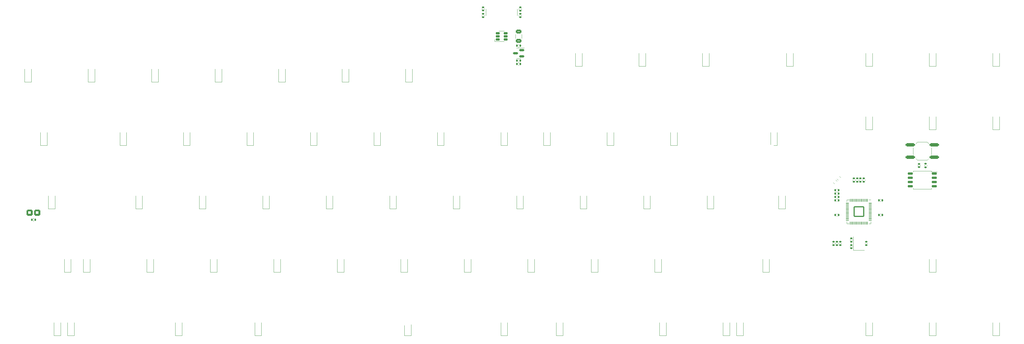
<source format=gbr>
%TF.GenerationSoftware,KiCad,Pcbnew,(6.0.6)*%
%TF.CreationDate,2022-08-29T19:48:57-07:00*%
%TF.ProjectId,2040rmie,32303430-726d-4696-952e-6b696361645f,rev?*%
%TF.SameCoordinates,Original*%
%TF.FileFunction,Legend,Bot*%
%TF.FilePolarity,Positive*%
%FSLAX46Y46*%
G04 Gerber Fmt 4.6, Leading zero omitted, Abs format (unit mm)*
G04 Created by KiCad (PCBNEW (6.0.6)) date 2022-08-29 19:48:57*
%MOMM*%
%LPD*%
G01*
G04 APERTURE LIST*
G04 Aperture macros list*
%AMRoundRect*
0 Rectangle with rounded corners*
0 $1 Rounding radius*
0 $2 $3 $4 $5 $6 $7 $8 $9 X,Y pos of 4 corners*
0 Add a 4 corners polygon primitive as box body*
4,1,4,$2,$3,$4,$5,$6,$7,$8,$9,$2,$3,0*
0 Add four circle primitives for the rounded corners*
1,1,$1+$1,$2,$3*
1,1,$1+$1,$4,$5*
1,1,$1+$1,$6,$7*
1,1,$1+$1,$8,$9*
0 Add four rect primitives between the rounded corners*
20,1,$1+$1,$2,$3,$4,$5,0*
20,1,$1+$1,$4,$5,$6,$7,0*
20,1,$1+$1,$6,$7,$8,$9,0*
20,1,$1+$1,$8,$9,$2,$3,0*%
G04 Aperture macros list end*
%ADD10C,0.120000*%
%ADD11C,0.200000*%
%ADD12C,1.750000*%
%ADD13C,3.987800*%
%ADD14C,2.300000*%
%ADD15RoundRect,0.285750X-0.666750X-0.666750X0.666750X-0.666750X0.666750X0.666750X-0.666750X0.666750X0*%
%ADD16C,1.905000*%
%ADD17C,3.048000*%
%ADD18C,2.000000*%
%ADD19RoundRect,0.140000X-0.140000X-0.170000X0.140000X-0.170000X0.140000X0.170000X-0.140000X0.170000X0*%
%ADD20R,1.200000X0.900000*%
%ADD21RoundRect,0.135000X0.185000X-0.135000X0.185000X0.135000X-0.185000X0.135000X-0.185000X-0.135000X0*%
%ADD22RoundRect,0.140000X0.140000X0.170000X-0.140000X0.170000X-0.140000X-0.170000X0.140000X-0.170000X0*%
%ADD23RoundRect,0.200000X-0.335876X-0.053033X-0.053033X-0.335876X0.335876X0.053033X0.053033X0.335876X0*%
%ADD24RoundRect,0.135000X-0.185000X0.135000X-0.185000X-0.135000X0.185000X-0.135000X0.185000X0.135000X0*%
%ADD25R,1.200000X1.400000*%
%ADD26RoundRect,0.140000X0.170000X-0.140000X0.170000X0.140000X-0.170000X0.140000X-0.170000X-0.140000X0*%
%ADD27RoundRect,0.140000X-0.170000X0.140000X-0.170000X-0.140000X0.170000X-0.140000X0.170000X0.140000X0*%
%ADD28RoundRect,0.150000X0.587500X0.150000X-0.587500X0.150000X-0.587500X-0.150000X0.587500X-0.150000X0*%
%ADD29RoundRect,0.250000X0.625000X-0.375000X0.625000X0.375000X-0.625000X0.375000X-0.625000X-0.375000X0*%
%ADD30RoundRect,0.150000X0.650000X0.150000X-0.650000X0.150000X-0.650000X-0.150000X0.650000X-0.150000X0*%
%ADD31C,0.650000*%
%ADD32R,0.600000X1.450000*%
%ADD33R,0.300000X1.450000*%
%ADD34O,1.000000X1.600000*%
%ADD35O,1.000000X2.100000*%
%ADD36RoundRect,0.135000X-0.135000X-0.185000X0.135000X-0.185000X0.135000X0.185000X-0.135000X0.185000X0*%
%ADD37RoundRect,0.050000X0.387500X0.050000X-0.387500X0.050000X-0.387500X-0.050000X0.387500X-0.050000X0*%
%ADD38RoundRect,0.050000X0.050000X0.387500X-0.050000X0.387500X-0.050000X-0.387500X0.050000X-0.387500X0*%
%ADD39RoundRect,0.144000X1.456000X1.456000X-1.456000X1.456000X-1.456000X-1.456000X1.456000X-1.456000X0*%
%ADD40RoundRect,0.275000X-1.125000X-0.275000X1.125000X-0.275000X1.125000X0.275000X-1.125000X0.275000X0*%
%ADD41RoundRect,0.150000X-0.475000X-0.150000X0.475000X-0.150000X0.475000X0.150000X-0.475000X0.150000X0*%
G04 APERTURE END LIST*
D10*
%TO.C,C17*%
X323874664Y-104785000D02*
X324090336Y-104785000D01*
X323874664Y-104065000D02*
X324090336Y-104065000D01*
%TO.C,D57*%
X114343750Y-145100000D02*
X112343750Y-145100000D01*
X112343750Y-145100000D02*
X112343750Y-141200000D01*
X114343750Y-145100000D02*
X114343750Y-141200000D01*
%TO.C,D41*%
X295318750Y-107000000D02*
X293318750Y-107000000D01*
X295318750Y-107000000D02*
X295318750Y-103100000D01*
X293318750Y-107000000D02*
X293318750Y-103100000D01*
%TO.C,R4*%
X315542500Y-116503016D02*
X315542500Y-116195734D01*
X314782500Y-116503016D02*
X314782500Y-116195734D01*
%TO.C,C11*%
X310950336Y-102065000D02*
X310734664Y-102065000D01*
X310950336Y-102785000D02*
X310734664Y-102785000D01*
%TO.C,D46*%
X143862500Y-126050000D02*
X143862500Y-122150000D01*
X143862500Y-126050000D02*
X141862500Y-126050000D01*
X141862500Y-126050000D02*
X141862500Y-122150000D01*
%TO.C,D34*%
X159587500Y-107000000D02*
X159587500Y-103100000D01*
X157587500Y-107000000D02*
X157587500Y-103100000D01*
X159587500Y-107000000D02*
X157587500Y-107000000D01*
%TO.C,D3*%
X107200000Y-68900000D02*
X107200000Y-65000000D01*
X105200000Y-68900000D02*
X105200000Y-65000000D01*
X107200000Y-68900000D02*
X105200000Y-68900000D01*
%TO.C,R2*%
X310835599Y-98008868D02*
X311171132Y-98344401D01*
X311574526Y-97269941D02*
X311910059Y-97605474D01*
%TO.C,C19*%
X323874664Y-109222500D02*
X324090336Y-109222500D01*
X323874664Y-108502500D02*
X324090336Y-108502500D01*
%TO.C,R9*%
X311222500Y-117233859D02*
X311222500Y-117541141D01*
X310462500Y-117233859D02*
X310462500Y-117541141D01*
%TO.C,Y1*%
X315762500Y-119387500D02*
X315762500Y-115387500D01*
X319062500Y-119387500D02*
X315762500Y-119387500D01*
%TO.C,C7*%
X310950336Y-101785000D02*
X310734664Y-101785000D01*
X310950336Y-101065000D02*
X310734664Y-101065000D01*
%TO.C,D12*%
X321512500Y-64137500D02*
X321512500Y-60237500D01*
X321512500Y-64137500D02*
X319512500Y-64137500D01*
X319512500Y-64137500D02*
X319512500Y-60237500D01*
%TO.C,D5*%
X145300000Y-68900000D02*
X143300000Y-68900000D01*
X145300000Y-68900000D02*
X145300000Y-65000000D01*
X143300000Y-68900000D02*
X143300000Y-65000000D01*
%TO.C,D48*%
X181962500Y-126050000D02*
X179962500Y-126050000D01*
X181962500Y-126050000D02*
X181962500Y-122150000D01*
X179962500Y-126050000D02*
X179962500Y-122150000D01*
%TO.C,C2*%
X314802500Y-118457211D02*
X314802500Y-118241539D01*
X315522500Y-118457211D02*
X315522500Y-118241539D01*
%TO.C,D65*%
X321512500Y-145100000D02*
X319512500Y-145100000D01*
X319512500Y-145100000D02*
X319512500Y-141200000D01*
X321512500Y-145100000D02*
X321512500Y-141200000D01*
%TO.C,D26*%
X290937500Y-87950000D02*
X290937500Y-84050000D01*
X292937500Y-87950000D02*
X292937500Y-84050000D01*
X292937500Y-87950000D02*
X290937500Y-87950000D01*
%TO.C,D1*%
X69100000Y-68900000D02*
X67100000Y-68900000D01*
X67100000Y-68900000D02*
X67100000Y-65000000D01*
X69100000Y-68900000D02*
X69100000Y-65000000D01*
%TO.C,D39*%
X252837500Y-107000000D02*
X252837500Y-103100000D01*
X254837500Y-107000000D02*
X254837500Y-103100000D01*
X254837500Y-107000000D02*
X252837500Y-107000000D01*
%TO.C,D49*%
X201012500Y-126050000D02*
X201012500Y-122150000D01*
X199012500Y-126050000D02*
X199012500Y-122150000D01*
X201012500Y-126050000D02*
X199012500Y-126050000D01*
%TO.C,D10*%
X270450000Y-64137500D02*
X270450000Y-60237500D01*
X272450000Y-64137500D02*
X270450000Y-64137500D01*
X272450000Y-64137500D02*
X272450000Y-60237500D01*
%TO.C,C8*%
X317552500Y-98445336D02*
X317552500Y-98229664D01*
X318272500Y-98445336D02*
X318272500Y-98229664D01*
%TO.C,D43*%
X86712500Y-126050000D02*
X84712500Y-126050000D01*
X84712500Y-126050000D02*
X84712500Y-122150000D01*
X86712500Y-126050000D02*
X86712500Y-122150000D01*
%TO.C,D16*%
X97675000Y-87950000D02*
X97675000Y-84050000D01*
X95675000Y-87950000D02*
X95675000Y-84050000D01*
X97675000Y-87950000D02*
X95675000Y-87950000D01*
%TO.C,D61*%
X228643750Y-145100000D02*
X226643750Y-145100000D01*
X228643750Y-145100000D02*
X228643750Y-141200000D01*
X226643750Y-145100000D02*
X226643750Y-141200000D01*
%TO.C,C20*%
X312202500Y-117279664D02*
X312202500Y-117495336D01*
X311482500Y-117279664D02*
X311482500Y-117495336D01*
%TO.C,D54*%
X340562500Y-126050000D02*
X338562500Y-126050000D01*
X340562500Y-126050000D02*
X340562500Y-122150000D01*
X338562500Y-126050000D02*
X338562500Y-122150000D01*
%TO.C,D58*%
X138156250Y-145100000D02*
X138156250Y-141200000D01*
X136156250Y-145100000D02*
X136156250Y-141200000D01*
X138156250Y-145100000D02*
X136156250Y-145100000D01*
%TO.C,U4*%
X215338750Y-61797500D02*
X214688750Y-61797500D01*
X215338750Y-58677500D02*
X217013750Y-58677500D01*
X215338750Y-58677500D02*
X214688750Y-58677500D01*
X215338750Y-61797500D02*
X215988750Y-61797500D01*
%TO.C,D33*%
X140537500Y-107000000D02*
X138537500Y-107000000D01*
X138537500Y-107000000D02*
X138537500Y-103100000D01*
X140537500Y-107000000D02*
X140537500Y-103100000D01*
%TO.C,D7*%
X183400000Y-68900000D02*
X183400000Y-65000000D01*
X181400000Y-68900000D02*
X181400000Y-65000000D01*
X183400000Y-68900000D02*
X181400000Y-68900000D01*
%TO.C,R3*%
X309774940Y-99069527D02*
X310110473Y-99405060D01*
X310513867Y-98330600D02*
X310849400Y-98666133D01*
%TO.C,D11*%
X295700000Y-64137500D02*
X295700000Y-60237500D01*
X297700000Y-64137500D02*
X295700000Y-64137500D01*
X297700000Y-64137500D02*
X297700000Y-60237500D01*
%TO.C,F1*%
X214428750Y-55759564D02*
X214428750Y-54555436D01*
X216248750Y-55759564D02*
X216248750Y-54555436D01*
%TO.C,D47*%
X162912500Y-126050000D02*
X160912500Y-126050000D01*
X162912500Y-126050000D02*
X162912500Y-122150000D01*
X160912500Y-126050000D02*
X160912500Y-122150000D01*
%TO.C,D22*%
X211975000Y-87950000D02*
X211975000Y-84050000D01*
X209975000Y-87950000D02*
X209975000Y-84050000D01*
X211975000Y-87950000D02*
X209975000Y-87950000D01*
%TO.C,D30*%
X74243750Y-107000000D02*
X74243750Y-103100000D01*
X76243750Y-107000000D02*
X74243750Y-107000000D01*
X76243750Y-107000000D02*
X76243750Y-103100000D01*
%TO.C,D37*%
X214737500Y-107000000D02*
X214737500Y-103100000D01*
X216737500Y-107000000D02*
X216737500Y-103100000D01*
X216737500Y-107000000D02*
X214737500Y-107000000D01*
%TO.C,D42*%
X81006250Y-126050000D02*
X79006250Y-126050000D01*
X81006250Y-126050000D02*
X81006250Y-122150000D01*
X79006250Y-126050000D02*
X79006250Y-122150000D01*
%TO.C,C10*%
X215230914Y-63847500D02*
X215446586Y-63847500D01*
X215230914Y-63127500D02*
X215446586Y-63127500D01*
%TO.C,D9*%
X253400000Y-64137500D02*
X253400000Y-60237500D01*
X253400000Y-64137500D02*
X251400000Y-64137500D01*
X251400000Y-64137500D02*
X251400000Y-60237500D01*
%TO.C,C9*%
X309482500Y-117279664D02*
X309482500Y-117495336D01*
X310202500Y-117279664D02*
X310202500Y-117495336D01*
%TO.C,D24*%
X243875000Y-87950000D02*
X243875000Y-84050000D01*
X241875000Y-87950000D02*
X241875000Y-84050000D01*
X243875000Y-87950000D02*
X241875000Y-87950000D01*
%TO.C,U3*%
X333737500Y-101062500D02*
X333737500Y-100802500D01*
X336462500Y-101062500D02*
X339187500Y-101062500D01*
X339187500Y-95612500D02*
X339187500Y-95872500D01*
X336462500Y-95612500D02*
X339187500Y-95612500D01*
X333737500Y-95612500D02*
X333737500Y-95872500D01*
X336462500Y-95612500D02*
X333737500Y-95612500D01*
X336462500Y-101062500D02*
X333737500Y-101062500D01*
X339187500Y-95872500D02*
X340862500Y-95872500D01*
X339187500Y-101062500D02*
X339187500Y-100802500D01*
%TO.C,D4*%
X126250000Y-68900000D02*
X124250000Y-68900000D01*
X124250000Y-68900000D02*
X124250000Y-65000000D01*
X126250000Y-68900000D02*
X126250000Y-65000000D01*
%TO.C,C13*%
X317272500Y-98445336D02*
X317272500Y-98229664D01*
X316552500Y-98445336D02*
X316552500Y-98229664D01*
%TO.C,C4*%
X335102500Y-93878164D02*
X335102500Y-94093836D01*
X335822500Y-93878164D02*
X335822500Y-94093836D01*
%TO.C,R7*%
X216198750Y-46773859D02*
X216198750Y-47081141D01*
X215438750Y-46773859D02*
X215438750Y-47081141D01*
%TO.C,R8*%
X337842500Y-93832359D02*
X337842500Y-94139641D01*
X337082500Y-93832359D02*
X337082500Y-94139641D01*
%TO.C,USB1*%
X205548750Y-48912500D02*
X205548750Y-46912500D01*
X214948750Y-48912500D02*
X214948750Y-46912500D01*
%TO.C,D25*%
X260925000Y-87950000D02*
X260925000Y-84050000D01*
X262925000Y-87950000D02*
X260925000Y-87950000D01*
X262925000Y-87950000D02*
X262925000Y-84050000D01*
%TO.C,D18*%
X133775000Y-87950000D02*
X133775000Y-84050000D01*
X135775000Y-87950000D02*
X135775000Y-84050000D01*
X135775000Y-87950000D02*
X133775000Y-87950000D01*
%TO.C,D55*%
X77906250Y-145100000D02*
X75906250Y-145100000D01*
X77906250Y-145100000D02*
X77906250Y-141200000D01*
X75906250Y-145100000D02*
X75906250Y-141200000D01*
%TO.C,D40*%
X271887500Y-107000000D02*
X271887500Y-103100000D01*
X273887500Y-107000000D02*
X273887500Y-103100000D01*
X273887500Y-107000000D02*
X271887500Y-107000000D01*
%TO.C,R1*%
X69608859Y-109880000D02*
X69916141Y-109880000D01*
X69608859Y-110640000D02*
X69916141Y-110640000D01*
%TO.C,C3*%
X205038750Y-46819664D02*
X205038750Y-47035336D01*
X204318750Y-46819664D02*
X204318750Y-47035336D01*
%TO.C,C14*%
X318552500Y-98445336D02*
X318552500Y-98229664D01*
X319272500Y-98445336D02*
X319272500Y-98229664D01*
%TO.C,D66*%
X340562500Y-145100000D02*
X338562500Y-145100000D01*
X340562500Y-145100000D02*
X340562500Y-141200000D01*
X338562500Y-145100000D02*
X338562500Y-141200000D01*
%TO.C,D52*%
X258162500Y-126050000D02*
X258162500Y-122150000D01*
X258162500Y-126050000D02*
X256162500Y-126050000D01*
X256162500Y-126050000D02*
X256162500Y-122150000D01*
%TO.C,D13*%
X340562500Y-64137500D02*
X340562500Y-60237500D01*
X340562500Y-64137500D02*
X338562500Y-64137500D01*
X338562500Y-64137500D02*
X338562500Y-60237500D01*
%TO.C,D8*%
X234350000Y-64137500D02*
X234350000Y-60237500D01*
X234350000Y-64137500D02*
X232350000Y-64137500D01*
X232350000Y-64137500D02*
X232350000Y-60237500D01*
%TO.C,D17*%
X116725000Y-87950000D02*
X114725000Y-87950000D01*
X116725000Y-87950000D02*
X116725000Y-84050000D01*
X114725000Y-87950000D02*
X114725000Y-84050000D01*
%TO.C,D50*%
X220062500Y-126050000D02*
X218062500Y-126050000D01*
X220062500Y-126050000D02*
X220062500Y-122150000D01*
X218062500Y-126050000D02*
X218062500Y-122150000D01*
%TO.C,D59*%
X183081950Y-145100000D02*
X181081950Y-145100000D01*
X181081950Y-145100000D02*
X181081950Y-141200000D01*
X183081950Y-145100000D02*
X183081950Y-141200000D01*
%TO.C,D28*%
X340562500Y-83187500D02*
X338562500Y-83187500D01*
X340562500Y-83187500D02*
X340562500Y-79287500D01*
X338562500Y-83187500D02*
X338562500Y-79287500D01*
%TO.C,D31*%
X100437500Y-107000000D02*
X100437500Y-103100000D01*
X102437500Y-107000000D02*
X100437500Y-107000000D01*
X102437500Y-107000000D02*
X102437500Y-103100000D01*
%TO.C,D14*%
X357612500Y-64137500D02*
X357612500Y-60237500D01*
X359612500Y-64137500D02*
X359612500Y-60237500D01*
X359612500Y-64137500D02*
X357612500Y-64137500D01*
%TO.C,C1*%
X319302500Y-117495336D02*
X319302500Y-117279664D01*
X320022500Y-117495336D02*
X320022500Y-117279664D01*
%TO.C,U1*%
X321022500Y-111472500D02*
X321022500Y-110822500D01*
X320372500Y-111472500D02*
X321022500Y-111472500D01*
X314452500Y-111472500D02*
X313802500Y-111472500D01*
X320372500Y-104252500D02*
X321022500Y-104252500D01*
X313802500Y-111472500D02*
X313802500Y-110822500D01*
X313802500Y-104252500D02*
X313802500Y-104902500D01*
X314452500Y-104252500D02*
X313802500Y-104252500D01*
%TO.C,C6*%
X215230914Y-62847500D02*
X215446586Y-62847500D01*
X215230914Y-62127500D02*
X215446586Y-62127500D01*
%TO.C,D53*%
X290556250Y-126050000D02*
X288556250Y-126050000D01*
X288556250Y-126050000D02*
X288556250Y-122150000D01*
X290556250Y-126050000D02*
X290556250Y-122150000D01*
%TO.C,D35*%
X176637500Y-107000000D02*
X176637500Y-103100000D01*
X178637500Y-107000000D02*
X178637500Y-103100000D01*
X178637500Y-107000000D02*
X176637500Y-107000000D01*
%TO.C,R6*%
X215438750Y-49081141D02*
X215438750Y-48773859D01*
X216198750Y-49081141D02*
X216198750Y-48773859D01*
%TO.C,D36*%
X195687500Y-107000000D02*
X195687500Y-103100000D01*
X197687500Y-107000000D02*
X197687500Y-103100000D01*
X197687500Y-107000000D02*
X195687500Y-107000000D01*
%TO.C,D6*%
X162350000Y-68900000D02*
X162350000Y-65000000D01*
X164350000Y-68900000D02*
X164350000Y-65000000D01*
X164350000Y-68900000D02*
X162350000Y-68900000D01*
%TO.C,D45*%
X124812500Y-126050000D02*
X122812500Y-126050000D01*
X124812500Y-126050000D02*
X124812500Y-122150000D01*
X122812500Y-126050000D02*
X122812500Y-122150000D01*
%TO.C,C16*%
X310950336Y-104065000D02*
X310734664Y-104065000D01*
X310950336Y-104785000D02*
X310734664Y-104785000D01*
%TO.C,D2*%
X88150000Y-68900000D02*
X88150000Y-65000000D01*
X88150000Y-68900000D02*
X86150000Y-68900000D01*
X86150000Y-68900000D02*
X86150000Y-65000000D01*
%TO.C,Reset1*%
X335012500Y-92364500D02*
X337912500Y-92364500D01*
X335012500Y-86924500D02*
X334522500Y-87414500D01*
X337912500Y-92364500D02*
X338402500Y-91874500D01*
X335012500Y-86924500D02*
X337912500Y-86924500D01*
X339182500Y-88604500D02*
X339182500Y-90684500D01*
X333742500Y-88604500D02*
X333742500Y-90684500D01*
X335012500Y-92364500D02*
X334522500Y-91874500D01*
X337912500Y-86924500D02*
X338402500Y-87414500D01*
%TO.C,D19*%
X154825000Y-87950000D02*
X152825000Y-87950000D01*
X152825000Y-87950000D02*
X152825000Y-84050000D01*
X154825000Y-87950000D02*
X154825000Y-84050000D01*
%TO.C,D60*%
X211975000Y-145100000D02*
X211975000Y-141200000D01*
X209975000Y-145100000D02*
X209975000Y-141200000D01*
X211975000Y-145100000D02*
X209975000Y-145100000D01*
%TO.C,D51*%
X239112500Y-126050000D02*
X239112500Y-122150000D01*
X239112500Y-126050000D02*
X237112500Y-126050000D01*
X237112500Y-126050000D02*
X237112500Y-122150000D01*
%TO.C,D38*%
X233787500Y-107000000D02*
X233787500Y-103100000D01*
X235787500Y-107000000D02*
X233787500Y-107000000D01*
X235787500Y-107000000D02*
X235787500Y-103100000D01*
%TO.C,R5*%
X204298750Y-49081141D02*
X204298750Y-48773859D01*
X205058750Y-49081141D02*
X205058750Y-48773859D01*
%TO.C,C5*%
X215230914Y-57627500D02*
X215446586Y-57627500D01*
X215230914Y-58347500D02*
X215446586Y-58347500D01*
%TO.C,C15*%
X310950336Y-103065000D02*
X310734664Y-103065000D01*
X310950336Y-103785000D02*
X310734664Y-103785000D01*
%TO.C,D27*%
X319512500Y-83187500D02*
X319512500Y-79287500D01*
X321512500Y-83187500D02*
X319512500Y-83187500D01*
X321512500Y-83187500D02*
X321512500Y-79287500D01*
%TO.C,D32*%
X119487500Y-107000000D02*
X119487500Y-103100000D01*
X121487500Y-107000000D02*
X119487500Y-107000000D01*
X121487500Y-107000000D02*
X121487500Y-103100000D01*
%TO.C,D67*%
X357612500Y-145100000D02*
X357612500Y-141200000D01*
X359612500Y-145100000D02*
X359612500Y-141200000D01*
X359612500Y-145100000D02*
X357612500Y-145100000D01*
%TO.C,D23*%
X224825000Y-87950000D02*
X222825000Y-87950000D01*
X222825000Y-87950000D02*
X222825000Y-84050000D01*
X224825000Y-87950000D02*
X224825000Y-84050000D01*
%TO.C,D56*%
X81950000Y-145100000D02*
X79950000Y-145100000D01*
X81950000Y-145100000D02*
X81950000Y-141200000D01*
X79950000Y-145100000D02*
X79950000Y-141200000D01*
%TO.C,D20*%
X171875000Y-87950000D02*
X171875000Y-84050000D01*
X173875000Y-87950000D02*
X171875000Y-87950000D01*
X173875000Y-87950000D02*
X173875000Y-84050000D01*
%TO.C,U2*%
X210248750Y-53597500D02*
X211048750Y-53597500D01*
X208148750Y-56717500D02*
X211048750Y-56717500D01*
X208148750Y-56107500D02*
X208148750Y-56717500D01*
X210248750Y-53597500D02*
X209448750Y-53597500D01*
%TO.C,D62*%
X259600000Y-145100000D02*
X257600000Y-145100000D01*
X259600000Y-145100000D02*
X259600000Y-141200000D01*
X257600000Y-145100000D02*
X257600000Y-141200000D01*
%TO.C,D15*%
X73862500Y-87950000D02*
X73862500Y-84050000D01*
X73862500Y-87950000D02*
X71862500Y-87950000D01*
X71862500Y-87950000D02*
X71862500Y-84050000D01*
%TO.C,C18*%
X310950336Y-108502500D02*
X310734664Y-108502500D01*
X310950336Y-109222500D02*
X310734664Y-109222500D01*
%TO.C,D44*%
X103762500Y-126050000D02*
X103762500Y-122150000D01*
X105762500Y-126050000D02*
X103762500Y-126050000D01*
X105762500Y-126050000D02*
X105762500Y-122150000D01*
%TO.C,D63*%
X276650000Y-145100000D02*
X276650000Y-141200000D01*
X278650000Y-145100000D02*
X278650000Y-141200000D01*
X278650000Y-145100000D02*
X276650000Y-145100000D01*
%TO.C,C12*%
X315552500Y-98445336D02*
X315552500Y-98229664D01*
X316272500Y-98445336D02*
X316272500Y-98229664D01*
%TO.C,D29*%
X359612500Y-83187500D02*
X359612500Y-79287500D01*
X359612500Y-83187500D02*
X357612500Y-83187500D01*
X357612500Y-83187500D02*
X357612500Y-79287500D01*
%TO.C,D64*%
X282693750Y-145100000D02*
X280693750Y-145100000D01*
X282693750Y-145100000D02*
X282693750Y-141200000D01*
X280693750Y-145100000D02*
X280693750Y-141200000D01*
%TO.C,D21*%
X192925000Y-87950000D02*
X190925000Y-87950000D01*
X190925000Y-87950000D02*
X190925000Y-84050000D01*
X192925000Y-87950000D02*
X192925000Y-84050000D01*
%TD*%
%LPC*%
D11*
X345245950Y-86519750D02*
G75*
G03*
X343995950Y-87769750I50J-1250050D01*
G01*
X343995950Y-93269750D02*
X343995950Y-87769750D01*
X357745950Y-94519750D02*
G75*
G03*
X358995950Y-93269750I-50J1250050D01*
G01*
X358995950Y-87769750D02*
G75*
G03*
X357745950Y-86519750I-1250050J-50D01*
G01*
X343995950Y-93269750D02*
G75*
G03*
X345245950Y-94519750I1250050J50D01*
G01*
X357745950Y-94519750D02*
X345245950Y-94519750D01*
X358995950Y-87769750D02*
X358995950Y-93269750D01*
X345245950Y-86519750D02*
X357745950Y-86519750D01*
X357114201Y-87652369D02*
X357060629Y-87604750D01*
X356959439Y-87557130D01*
X356721344Y-87557130D01*
X356632058Y-87604750D01*
X356590391Y-87652369D01*
X356554677Y-87747607D01*
X356566582Y-87842845D01*
X356632058Y-87985702D01*
X357274915Y-88557130D01*
X356655867Y-88557130D01*
X355911820Y-87557130D02*
X355816582Y-87557130D01*
X355727296Y-87604750D01*
X355685629Y-87652369D01*
X355649915Y-87747607D01*
X355626105Y-87938083D01*
X355655867Y-88176178D01*
X355727296Y-88366654D01*
X355786820Y-88461892D01*
X355840391Y-88509511D01*
X355941582Y-88557130D01*
X356036820Y-88557130D01*
X356126105Y-88509511D01*
X356167772Y-88461892D01*
X356203486Y-88366654D01*
X356227296Y-88176178D01*
X356197534Y-87938083D01*
X356126105Y-87747607D01*
X356066582Y-87652369D01*
X356013010Y-87604750D01*
X355911820Y-87557130D01*
X354763010Y-87890464D02*
X354846344Y-88557130D01*
X354953486Y-87509511D02*
X355280867Y-88223797D01*
X354661820Y-88223797D01*
X354007058Y-87557130D02*
X353911820Y-87557130D01*
X353822534Y-87604750D01*
X353780867Y-87652369D01*
X353745153Y-87747607D01*
X353721344Y-87938083D01*
X353751105Y-88176178D01*
X353822534Y-88366654D01*
X353882058Y-88461892D01*
X353935629Y-88509511D01*
X354036820Y-88557130D01*
X354132058Y-88557130D01*
X354221344Y-88509511D01*
X354263010Y-88461892D01*
X354298725Y-88366654D01*
X354322534Y-88176178D01*
X354292772Y-87938083D01*
X354221344Y-87747607D01*
X354161820Y-87652369D01*
X354108248Y-87604750D01*
X354007058Y-87557130D01*
X353370153Y-88557130D02*
X353286820Y-87890464D01*
X353310629Y-88080940D02*
X353251105Y-87985702D01*
X353197534Y-87938083D01*
X353096344Y-87890464D01*
X353001105Y-87890464D01*
X352751105Y-88557130D02*
X352667772Y-87890464D01*
X352679677Y-87985702D02*
X352626105Y-87938083D01*
X352524915Y-87890464D01*
X352382058Y-87890464D01*
X352292772Y-87938083D01*
X352257058Y-88033321D01*
X352322534Y-88557130D01*
X352257058Y-88033321D02*
X352197534Y-87938083D01*
X352096344Y-87890464D01*
X351953486Y-87890464D01*
X351864201Y-87938083D01*
X351828486Y-88033321D01*
X351893963Y-88557130D01*
X351417772Y-88557130D02*
X351334439Y-87890464D01*
X351292772Y-87557130D02*
X351346344Y-87604750D01*
X351304677Y-87652369D01*
X351251105Y-87604750D01*
X351292772Y-87557130D01*
X351304677Y-87652369D01*
X350554677Y-88509511D02*
X350655867Y-88557130D01*
X350846344Y-88557130D01*
X350935629Y-88509511D01*
X350971344Y-88414273D01*
X350923725Y-88033321D01*
X350864201Y-87938083D01*
X350763010Y-87890464D01*
X350572534Y-87890464D01*
X350483248Y-87938083D01*
X350447534Y-88033321D01*
X350459439Y-88128559D01*
X350947534Y-88223797D01*
X357179677Y-90167130D02*
X357096344Y-89500464D01*
X357120153Y-89690940D02*
X357060629Y-89595702D01*
X357007058Y-89548083D01*
X356905867Y-89500464D01*
X356810629Y-89500464D01*
X356173725Y-90119511D02*
X356274915Y-90167130D01*
X356465391Y-90167130D01*
X356554677Y-90119511D01*
X356590391Y-90024273D01*
X356542772Y-89643321D01*
X356483248Y-89548083D01*
X356382058Y-89500464D01*
X356191582Y-89500464D01*
X356102296Y-89548083D01*
X356066582Y-89643321D01*
X356078486Y-89738559D01*
X356566582Y-89833797D01*
X355715391Y-89500464D02*
X355560629Y-90167130D01*
X355239201Y-89500464D01*
X354417772Y-90167130D02*
X354989201Y-90167130D01*
X354703486Y-90167130D02*
X354578486Y-89167130D01*
X354691582Y-89309988D01*
X354798725Y-89405226D01*
X354899915Y-89452845D01*
X353977296Y-90071892D02*
X353935629Y-90119511D01*
X353989201Y-90167130D01*
X354030867Y-90119511D01*
X353977296Y-90071892D01*
X353989201Y-90167130D01*
X353197534Y-89167130D02*
X353102296Y-89167130D01*
X353013010Y-89214750D01*
X352971344Y-89262369D01*
X352935629Y-89357607D01*
X352911820Y-89548083D01*
X352941582Y-89786178D01*
X353013010Y-89976654D01*
X353072534Y-90071892D01*
X353126105Y-90119511D01*
X353227296Y-90167130D01*
X353322534Y-90167130D01*
X353411820Y-90119511D01*
X353453486Y-90071892D01*
X353489201Y-89976654D01*
X353513010Y-89786178D01*
X353483248Y-89548083D01*
X353411820Y-89357607D01*
X353352296Y-89262369D01*
X353298725Y-89214750D01*
X353197534Y-89167130D01*
X356751105Y-91777130D02*
X356626105Y-90777130D01*
X356745153Y-91729511D02*
X356846344Y-91777130D01*
X357036820Y-91777130D01*
X357126105Y-91729511D01*
X357167772Y-91681892D01*
X357203486Y-91586654D01*
X357167772Y-91300940D01*
X357108248Y-91205702D01*
X357054677Y-91158083D01*
X356953486Y-91110464D01*
X356763010Y-91110464D01*
X356673725Y-91158083D01*
X355888010Y-91729511D02*
X355989201Y-91777130D01*
X356179677Y-91777130D01*
X356268963Y-91729511D01*
X356304677Y-91634273D01*
X356257058Y-91253321D01*
X356197534Y-91158083D01*
X356096344Y-91110464D01*
X355905867Y-91110464D01*
X355816582Y-91158083D01*
X355780867Y-91253321D01*
X355792772Y-91348559D01*
X356280867Y-91443797D01*
X355459439Y-91729511D02*
X355370153Y-91777130D01*
X355179677Y-91777130D01*
X355078486Y-91729511D01*
X355018963Y-91634273D01*
X355013010Y-91586654D01*
X355048725Y-91491416D01*
X355138010Y-91443797D01*
X355280867Y-91443797D01*
X355370153Y-91396178D01*
X355405867Y-91300940D01*
X355399915Y-91253321D01*
X355340391Y-91158083D01*
X355239201Y-91110464D01*
X355096344Y-91110464D01*
X355007058Y-91158083D01*
X354608248Y-91777130D02*
X354524915Y-91110464D01*
X354483248Y-90777130D02*
X354536820Y-90824750D01*
X354495153Y-90872369D01*
X354441582Y-90824750D01*
X354483248Y-90777130D01*
X354495153Y-90872369D01*
X353620153Y-91110464D02*
X353721344Y-91919988D01*
X353780867Y-92015226D01*
X353834439Y-92062845D01*
X353935629Y-92110464D01*
X354078486Y-92110464D01*
X354167772Y-92062845D01*
X353697534Y-91729511D02*
X353798725Y-91777130D01*
X353989201Y-91777130D01*
X354078486Y-91729511D01*
X354120153Y-91681892D01*
X354155867Y-91586654D01*
X354120153Y-91300940D01*
X354060629Y-91205702D01*
X354007058Y-91158083D01*
X353905867Y-91110464D01*
X353715391Y-91110464D01*
X353626105Y-91158083D01*
X353143963Y-91110464D02*
X353227296Y-91777130D01*
X353155867Y-91205702D02*
X353102296Y-91158083D01*
X353001105Y-91110464D01*
X352858248Y-91110464D01*
X352768963Y-91158083D01*
X352733248Y-91253321D01*
X352798725Y-91777130D01*
X351935629Y-91729511D02*
X352036820Y-91777130D01*
X352227296Y-91777130D01*
X352316582Y-91729511D01*
X352352296Y-91634273D01*
X352304677Y-91253321D01*
X352245153Y-91158083D01*
X352143963Y-91110464D01*
X351953486Y-91110464D01*
X351864201Y-91158083D01*
X351828486Y-91253321D01*
X351840391Y-91348559D01*
X352328486Y-91443797D01*
X351036820Y-91777130D02*
X350911820Y-90777130D01*
X351030867Y-91729511D02*
X351132058Y-91777130D01*
X351322534Y-91777130D01*
X351411820Y-91729511D01*
X351453486Y-91681892D01*
X351489201Y-91586654D01*
X351453486Y-91300940D01*
X351393963Y-91205702D01*
X351340391Y-91158083D01*
X351239201Y-91110464D01*
X351048725Y-91110464D01*
X350959439Y-91158083D01*
X349798725Y-91777130D02*
X349673725Y-90777130D01*
X349721344Y-91158083D02*
X349620153Y-91110464D01*
X349429677Y-91110464D01*
X349340391Y-91158083D01*
X349298725Y-91205702D01*
X349263010Y-91300940D01*
X349298725Y-91586654D01*
X349358248Y-91681892D01*
X349411820Y-91729511D01*
X349513010Y-91777130D01*
X349703486Y-91777130D01*
X349792772Y-91729511D01*
X348905867Y-91110464D02*
X348751105Y-91777130D01*
X348429677Y-91110464D02*
X348751105Y-91777130D01*
X348876105Y-92015226D01*
X348929677Y-92062845D01*
X349030867Y-92110464D01*
X357221344Y-93339511D02*
X357084439Y-93387130D01*
X356846344Y-93387130D01*
X356745153Y-93339511D01*
X356691582Y-93291892D01*
X356632058Y-93196654D01*
X356620153Y-93101416D01*
X356655867Y-93006178D01*
X356697534Y-92958559D01*
X356786820Y-92910940D01*
X356971344Y-92863321D01*
X357060629Y-92815702D01*
X357102296Y-92768083D01*
X357138010Y-92672845D01*
X357126105Y-92577607D01*
X357066582Y-92482369D01*
X357013010Y-92434750D01*
X356911820Y-92387130D01*
X356673725Y-92387130D01*
X356536820Y-92434750D01*
X356227296Y-93387130D02*
X356102296Y-92387130D01*
X355798725Y-93387130D02*
X355733248Y-92863321D01*
X355768963Y-92768083D01*
X355858248Y-92720464D01*
X356001105Y-92720464D01*
X356102296Y-92768083D01*
X356155867Y-92815702D01*
X355322534Y-93387130D02*
X355239201Y-92720464D01*
X355197534Y-92387130D02*
X355251105Y-92434750D01*
X355209439Y-92482369D01*
X355155867Y-92434750D01*
X355197534Y-92387130D01*
X355209439Y-92482369D01*
X354763010Y-92720464D02*
X354846344Y-93387130D01*
X354774915Y-92815702D02*
X354721344Y-92768083D01*
X354620153Y-92720464D01*
X354477296Y-92720464D01*
X354388010Y-92768083D01*
X354352296Y-92863321D01*
X354417772Y-93387130D01*
X353941582Y-93387130D02*
X353816582Y-92387130D01*
X353798725Y-93006178D02*
X353560629Y-93387130D01*
X353477296Y-92720464D02*
X353905867Y-93101416D01*
X352703486Y-93387130D02*
X352638010Y-92863321D01*
X352673725Y-92768083D01*
X352763010Y-92720464D01*
X352953486Y-92720464D01*
X353054677Y-92768083D01*
X352697534Y-93339511D02*
X352798725Y-93387130D01*
X353036820Y-93387130D01*
X353126105Y-93339511D01*
X353161820Y-93244273D01*
X353149915Y-93149035D01*
X353090391Y-93053797D01*
X352989201Y-93006178D01*
X352751105Y-93006178D01*
X352649915Y-92958559D01*
X352227296Y-93387130D02*
X352143963Y-92720464D01*
X352102296Y-92387130D02*
X352155867Y-92434750D01*
X352114201Y-92482369D01*
X352060629Y-92434750D01*
X352102296Y-92387130D01*
X352114201Y-92482369D01*
X350989201Y-93387130D02*
X350864201Y-92387130D01*
X350620153Y-93101416D01*
X350197534Y-92387130D01*
X350322534Y-93387130D01*
X349417772Y-93387130D02*
X349352296Y-92863321D01*
X349388010Y-92768083D01*
X349477296Y-92720464D01*
X349667772Y-92720464D01*
X349768963Y-92768083D01*
X349411820Y-93339511D02*
X349513010Y-93387130D01*
X349751105Y-93387130D01*
X349840391Y-93339511D01*
X349876105Y-93244273D01*
X349864201Y-93149035D01*
X349804677Y-93053797D01*
X349703486Y-93006178D01*
X349465391Y-93006178D01*
X349364201Y-92958559D01*
X348953486Y-92720464D02*
X348798725Y-93387130D01*
X348477296Y-92720464D02*
X348798725Y-93387130D01*
X348923725Y-93625226D01*
X348977296Y-93672845D01*
X349078486Y-93720464D01*
X347751105Y-93387130D02*
X347685629Y-92863321D01*
X347721344Y-92768083D01*
X347810629Y-92720464D01*
X348001105Y-92720464D01*
X348102296Y-92768083D01*
X347745153Y-93339511D02*
X347846344Y-93387130D01*
X348084439Y-93387130D01*
X348173725Y-93339511D01*
X348209439Y-93244273D01*
X348197534Y-93149035D01*
X348138010Y-93053797D01*
X348036820Y-93006178D01*
X347798725Y-93006178D01*
X347697534Y-92958559D01*
X347191582Y-92720464D02*
X347274915Y-93387130D01*
X347203486Y-92815702D02*
X347149915Y-92768083D01*
X347048725Y-92720464D01*
X346905867Y-92720464D01*
X346816582Y-92768083D01*
X346780867Y-92863321D01*
X346846344Y-93387130D01*
X346227296Y-93387130D02*
X346316582Y-93339511D01*
X346358248Y-93291892D01*
X346393963Y-93196654D01*
X346358248Y-92910940D01*
X346298725Y-92815702D01*
X346245153Y-92768083D01*
X346143963Y-92720464D01*
X346001105Y-92720464D01*
X345911820Y-92768083D01*
X345870153Y-92815702D01*
X345834439Y-92910940D01*
X345870153Y-93196654D01*
X345929677Y-93291892D01*
X345983248Y-93339511D01*
X346084439Y-93387130D01*
X346227296Y-93387130D01*
D12*
%TO.C,MX3-B0*%
X62301250Y-122150000D03*
D13*
X67381250Y-122150000D03*
D12*
X72461250Y-122150000D03*
D14*
X63571250Y-119610000D03*
X69921250Y-117070000D03*
%TD*%
D15*
%TO.C,LED1*%
X70873750Y-108180000D03*
D16*
X73413750Y-108180000D03*
%TD*%
D13*
%TO.C,MX4-7_2*%
X188825000Y-141200000D03*
D12*
X183745000Y-141200000D03*
X193905000Y-141200000D03*
D14*
X185015000Y-138660000D03*
X191365000Y-136120000D03*
%TD*%
D12*
%TO.C,MX3-2*%
X102782500Y-122150000D03*
D13*
X107862500Y-122150000D03*
D12*
X112942500Y-122150000D03*
D14*
X104052500Y-119610000D03*
X110402500Y-117070000D03*
%TD*%
D12*
%TO.C,MX3-13*%
X341542500Y-122150000D03*
X331382500Y-122150000D03*
D13*
X336462500Y-122150000D03*
D14*
X332652500Y-119610000D03*
X339002500Y-117070000D03*
%TD*%
D13*
%TO.C,ST-2_0*%
X226925000Y-132945000D03*
D17*
X226925000Y-148185000D03*
X131675000Y-148185000D03*
D13*
X131675000Y-132945000D03*
%TD*%
D12*
%TO.C,MX0-8*%
X241530000Y-60237500D03*
D13*
X236450000Y-60237500D03*
D12*
X231370000Y-60237500D03*
D14*
X232640000Y-57697500D03*
X238990000Y-55157500D03*
%TD*%
D13*
%TO.C,MX4-0_1*%
X69762500Y-141200000D03*
D12*
X74842500Y-141200000D03*
X64682500Y-141200000D03*
D14*
X65952500Y-138660000D03*
X72302500Y-136120000D03*
%TD*%
D13*
%TO.C,MX4-0_2*%
X67381250Y-141200000D03*
D12*
X72461250Y-141200000D03*
X62301250Y-141200000D03*
D14*
X63571250Y-138660000D03*
X69921250Y-136120000D03*
%TD*%
D12*
%TO.C,MX2-10*%
X274867500Y-103100000D03*
D13*
X269787500Y-103100000D03*
D12*
X264707500Y-103100000D03*
D14*
X265977500Y-100560000D03*
X272327500Y-98020000D03*
%TD*%
D12*
%TO.C,MX4-7_4*%
X201048750Y-141200000D03*
D13*
X195968750Y-141200000D03*
D12*
X190888750Y-141200000D03*
D14*
X192158750Y-138660000D03*
X198508750Y-136120000D03*
%TD*%
D12*
%TO.C,MX1-7*%
X212955000Y-84050000D03*
X202795000Y-84050000D03*
D13*
X207875000Y-84050000D03*
D14*
X204065000Y-81510000D03*
X210415000Y-78970000D03*
%TD*%
D12*
%TO.C,MX0-14*%
X360592500Y-60237500D03*
D13*
X355512500Y-60237500D03*
D12*
X350432500Y-60237500D03*
D14*
X351702500Y-57697500D03*
X358052500Y-55157500D03*
%TD*%
D12*
%TO.C,MX4-4_4*%
X167711250Y-141200000D03*
D13*
X162631250Y-141200000D03*
D12*
X157551250Y-141200000D03*
D14*
X158821250Y-138660000D03*
X165171250Y-136120000D03*
%TD*%
D13*
%TO.C,MX0-2*%
X103100000Y-65000000D03*
D12*
X98020000Y-65000000D03*
X108180000Y-65000000D03*
D14*
X99290000Y-62460000D03*
X105640000Y-59920000D03*
%TD*%
D17*
%TO.C,ST-B1*%
X65000000Y-115165000D03*
X88812500Y-115165000D03*
D13*
X88812500Y-130405000D03*
X65000000Y-130405000D03*
%TD*%
D12*
%TO.C,MX0-13*%
X331382500Y-60237500D03*
D13*
X336462500Y-60237500D03*
D12*
X341542500Y-60237500D03*
D14*
X332652500Y-57697500D03*
X339002500Y-55157500D03*
%TD*%
D13*
%TO.C,MX0-3*%
X122150000Y-65000000D03*
D12*
X127230000Y-65000000D03*
X117070000Y-65000000D03*
D14*
X118340000Y-62460000D03*
X124690000Y-59920000D03*
%TD*%
D13*
%TO.C,MX0-9*%
X255500000Y-60237500D03*
D12*
X260580000Y-60237500D03*
X250420000Y-60237500D03*
D14*
X251690000Y-57697500D03*
X258040000Y-55157500D03*
%TD*%
D12*
%TO.C,MX4-10_0*%
X269470000Y-141200000D03*
X279630000Y-141200000D03*
D13*
X274550000Y-141200000D03*
D14*
X270740000Y-138660000D03*
X277090000Y-136120000D03*
%TD*%
D12*
%TO.C,MX1-14*%
X350432500Y-79287500D03*
D13*
X355512500Y-79287500D03*
D12*
X360592500Y-79287500D03*
D14*
X351702500Y-76747500D03*
X358052500Y-74207500D03*
%TD*%
D12*
%TO.C,MX3-3*%
X121832500Y-122150000D03*
X131992500Y-122150000D03*
D13*
X126912500Y-122150000D03*
D14*
X123102500Y-119610000D03*
X129452500Y-117070000D03*
%TD*%
D13*
%TO.C,ST-A2*%
X282963750Y-81668750D03*
D17*
X298203750Y-105481250D03*
X298203750Y-81668750D03*
D13*
X282963750Y-105481250D03*
%TD*%
D17*
%TO.C,ST-3_0*%
X169775000Y-148185000D03*
D13*
X131675000Y-132945000D03*
X169775000Y-132945000D03*
D17*
X131675000Y-148185000D03*
%TD*%
D13*
%TO.C,MX1-8*%
X226925000Y-84050000D03*
D12*
X232005000Y-84050000D03*
X221845000Y-84050000D03*
D14*
X223115000Y-81510000D03*
X229465000Y-78970000D03*
%TD*%
D12*
%TO.C,MX1-13*%
X331382500Y-79287500D03*
X341542500Y-79287500D03*
D13*
X336462500Y-79287500D03*
D14*
X332652500Y-76747500D03*
X339002500Y-74207500D03*
%TD*%
D12*
%TO.C,MX1-6*%
X183745000Y-84050000D03*
D13*
X188825000Y-84050000D03*
D12*
X193905000Y-84050000D03*
D14*
X185015000Y-81510000D03*
X191365000Y-78970000D03*
%TD*%
D13*
%TO.C,MX4-1_2*%
X88812500Y-141200000D03*
D12*
X83732500Y-141200000D03*
X93892500Y-141200000D03*
D14*
X85002500Y-138660000D03*
X91352500Y-136120000D03*
%TD*%
D13*
%TO.C,ST-3_1*%
X226925000Y-132945000D03*
X188825000Y-132945000D03*
D17*
X188825000Y-148185000D03*
X226925000Y-148185000D03*
%TD*%
D12*
%TO.C,MX4-4_0*%
X184380000Y-141200000D03*
D13*
X179300000Y-141200000D03*
D12*
X174220000Y-141200000D03*
D14*
X175490000Y-138660000D03*
X181840000Y-136120000D03*
%TD*%
D17*
%TO.C,ST-C1*%
X265025000Y-115165000D03*
D13*
X288837500Y-130405000D03*
X265025000Y-130405000D03*
D17*
X288837500Y-115165000D03*
%TD*%
D12*
%TO.C,MX2-A11*%
X276613750Y-103100000D03*
D13*
X281693750Y-103100000D03*
D12*
X286773750Y-103100000D03*
D14*
X277883750Y-100560000D03*
X284233750Y-98020000D03*
%TD*%
D12*
%TO.C,MX3-10*%
X255182500Y-122150000D03*
D13*
X260262500Y-122150000D03*
D12*
X265342500Y-122150000D03*
D14*
X256452500Y-119610000D03*
X262802500Y-117070000D03*
%TD*%
D13*
%TO.C,MX2-1*%
X98337500Y-103100000D03*
D12*
X103417500Y-103100000D03*
X93257500Y-103100000D03*
D14*
X94527500Y-100560000D03*
X100877500Y-98020000D03*
%TD*%
D13*
%TO.C,MX1-4*%
X150725000Y-84050000D03*
D12*
X155805000Y-84050000D03*
X145645000Y-84050000D03*
D14*
X146915000Y-81510000D03*
X153265000Y-78970000D03*
%TD*%
D17*
%TO.C,ST-0_0*%
X236450000Y-148185000D03*
X122150000Y-148185000D03*
D13*
X236450000Y-132945000D03*
X122150000Y-132945000D03*
%TD*%
D12*
%TO.C,MX4-3_4*%
X128976250Y-141200000D03*
D13*
X134056250Y-141200000D03*
D12*
X139136250Y-141200000D03*
D14*
X130246250Y-138660000D03*
X136596250Y-136120000D03*
%TD*%
D12*
%TO.C,MX3-9*%
X246292500Y-122150000D03*
X236132500Y-122150000D03*
D13*
X241212500Y-122150000D03*
D14*
X237402500Y-119610000D03*
X243752500Y-117070000D03*
%TD*%
D13*
%TO.C,MX4-2_2*%
X110243750Y-141200000D03*
D12*
X115323750Y-141200000D03*
X105163750Y-141200000D03*
D14*
X106433750Y-138660000D03*
X112783750Y-136120000D03*
%TD*%
D12*
%TO.C,MX1-12*%
X322492500Y-79287500D03*
D13*
X317412500Y-79287500D03*
D12*
X312332500Y-79287500D03*
D14*
X313602500Y-76747500D03*
X319952500Y-74207500D03*
%TD*%
D13*
%TO.C,MX3-A11*%
X276931250Y-122150000D03*
D12*
X282011250Y-122150000D03*
X271851250Y-122150000D03*
D14*
X273121250Y-119610000D03*
X279471250Y-117070000D03*
%TD*%
D13*
%TO.C,MX2-8*%
X231687500Y-103100000D03*
D12*
X226607500Y-103100000D03*
X236767500Y-103100000D03*
D14*
X227877500Y-100560000D03*
X234227500Y-98020000D03*
%TD*%
D12*
%TO.C,MX2-5*%
X169457500Y-103100000D03*
X179617500Y-103100000D03*
D13*
X174537500Y-103100000D03*
D14*
X170727500Y-100560000D03*
X177077500Y-98020000D03*
%TD*%
D12*
%TO.C,MX2-3*%
X131357500Y-103100000D03*
X141517500Y-103100000D03*
D13*
X136437500Y-103100000D03*
D14*
X132627500Y-100560000D03*
X138977500Y-98020000D03*
%TD*%
D12*
%TO.C,MX3-8*%
X227242500Y-122150000D03*
D13*
X222162500Y-122150000D03*
D12*
X217082500Y-122150000D03*
D14*
X218352500Y-119610000D03*
X224702500Y-117070000D03*
%TD*%
D13*
%TO.C,MX1-11*%
X288837500Y-84050000D03*
D12*
X293917500Y-84050000D03*
X283757500Y-84050000D03*
D14*
X285027500Y-81510000D03*
X291377500Y-78970000D03*
%TD*%
D12*
%TO.C,MX4-13*%
X341542500Y-141200000D03*
D13*
X336462500Y-141200000D03*
D12*
X331382500Y-141200000D03*
D14*
X332652500Y-138660000D03*
X339002500Y-136120000D03*
%TD*%
D12*
%TO.C,MX1-1*%
X88495000Y-84050000D03*
D13*
X93575000Y-84050000D03*
D12*
X98655000Y-84050000D03*
D14*
X89765000Y-81510000D03*
X96115000Y-78970000D03*
%TD*%
D12*
%TO.C,MX3-4*%
X151042500Y-122150000D03*
D13*
X145962500Y-122150000D03*
D12*
X140882500Y-122150000D03*
D14*
X142152500Y-119610000D03*
X148502500Y-117070000D03*
%TD*%
D12*
%TO.C,MX3-5*%
X170092500Y-122150000D03*
D13*
X165012500Y-122150000D03*
D12*
X159932500Y-122150000D03*
D14*
X161202500Y-119610000D03*
X167552500Y-117070000D03*
%TD*%
D13*
%TO.C,MX0-12*%
X317412500Y-60237500D03*
D12*
X322492500Y-60237500D03*
X312332500Y-60237500D03*
D14*
X313602500Y-57697500D03*
X319952500Y-55157500D03*
%TD*%
D12*
%TO.C,MX2-C11*%
X291218750Y-88495000D03*
D13*
X291218750Y-93575000D03*
D12*
X291218750Y-98655000D03*
D14*
X288678750Y-97385000D03*
X286138750Y-91035000D03*
%TD*%
D13*
%TO.C,MX4-9_2*%
X248356250Y-141200000D03*
D12*
X243276250Y-141200000D03*
X253436250Y-141200000D03*
D14*
X244546250Y-138660000D03*
X250896250Y-136120000D03*
%TD*%
D15*
%TO.C,LED2*%
X68651250Y-108180000D03*
D16*
X66111250Y-108180000D03*
%TD*%
D12*
%TO.C,MX4-4_3*%
X145645000Y-141200000D03*
D13*
X150725000Y-141200000D03*
D12*
X155805000Y-141200000D03*
D14*
X146915000Y-138660000D03*
X153265000Y-136120000D03*
%TD*%
D13*
%TO.C,ST-1_0*%
X112625000Y-132945000D03*
D17*
X245975000Y-148185000D03*
X112625000Y-148185000D03*
D13*
X245975000Y-132945000D03*
%TD*%
D12*
%TO.C,MX1-2*%
X107545000Y-84050000D03*
D13*
X112625000Y-84050000D03*
D12*
X117705000Y-84050000D03*
D14*
X108815000Y-81510000D03*
X115165000Y-78970000D03*
%TD*%
D13*
%TO.C,MX1-10*%
X265025000Y-84050000D03*
D12*
X259945000Y-84050000D03*
X270105000Y-84050000D03*
D14*
X261215000Y-81510000D03*
X267565000Y-78970000D03*
%TD*%
D13*
%TO.C,MX4-2_0*%
X103100000Y-141200000D03*
D12*
X98020000Y-141200000D03*
X108180000Y-141200000D03*
D14*
X99290000Y-138660000D03*
X105640000Y-136120000D03*
%TD*%
D12*
%TO.C,MX1-3*%
X126595000Y-84050000D03*
D13*
X131675000Y-84050000D03*
D12*
X136755000Y-84050000D03*
D14*
X127865000Y-81510000D03*
X134215000Y-78970000D03*
%TD*%
D12*
%TO.C,MX4-12*%
X312332500Y-141200000D03*
D13*
X317412500Y-141200000D03*
D12*
X322492500Y-141200000D03*
D14*
X313602500Y-138660000D03*
X319952500Y-136120000D03*
%TD*%
D12*
%TO.C,MX1-5*%
X164695000Y-84050000D03*
D13*
X169775000Y-84050000D03*
D12*
X174855000Y-84050000D03*
D14*
X165965000Y-81510000D03*
X172315000Y-78970000D03*
%TD*%
D12*
%TO.C,MX2-6*%
X188507500Y-103100000D03*
D13*
X193587500Y-103100000D03*
D12*
X198667500Y-103100000D03*
D14*
X189777500Y-100560000D03*
X196127500Y-98020000D03*
%TD*%
D12*
%TO.C,MX4-11_2*%
X286138750Y-141200000D03*
X296298750Y-141200000D03*
D13*
X291218750Y-141200000D03*
D14*
X287408750Y-138660000D03*
X293758750Y-136120000D03*
%TD*%
D18*
%TO.C,RE2*%
X343962500Y-72262500D03*
X343962500Y-67262500D03*
X343962500Y-69762500D03*
X329462500Y-67262500D03*
X329462500Y-72262500D03*
%TD*%
D12*
%TO.C,MX4-8_4*%
X229623750Y-141200000D03*
D13*
X224543750Y-141200000D03*
D12*
X219463750Y-141200000D03*
D14*
X220733750Y-138660000D03*
X227083750Y-136120000D03*
%TD*%
D12*
%TO.C,MX2-7*%
X217717500Y-103100000D03*
D13*
X212637500Y-103100000D03*
D12*
X207557500Y-103100000D03*
D14*
X208827500Y-100560000D03*
X215177500Y-98020000D03*
%TD*%
D12*
%TO.C,MX2-9*%
X255817500Y-103100000D03*
D13*
X250737500Y-103100000D03*
D12*
X245657500Y-103100000D03*
D14*
X246927500Y-100560000D03*
X253277500Y-98020000D03*
%TD*%
D12*
%TO.C,MX3-B11*%
X281376250Y-122150000D03*
X291536250Y-122150000D03*
D13*
X286456250Y-122150000D03*
D14*
X282646250Y-119610000D03*
X288996250Y-117070000D03*
%TD*%
D13*
%TO.C,MX4-11_0*%
X293600000Y-141200000D03*
D12*
X298680000Y-141200000D03*
X288520000Y-141200000D03*
D14*
X289790000Y-138660000D03*
X296140000Y-136120000D03*
%TD*%
D12*
%TO.C,MX4-1_0*%
X78970000Y-141200000D03*
X89130000Y-141200000D03*
D13*
X84050000Y-141200000D03*
D14*
X80240000Y-138660000D03*
X86590000Y-136120000D03*
%TD*%
D12*
%TO.C,MX4-10_2*%
X264707500Y-141200000D03*
D13*
X269787500Y-141200000D03*
D12*
X274867500Y-141200000D03*
D14*
X265977500Y-138660000D03*
X272327500Y-136120000D03*
%TD*%
D13*
%TO.C,ST-A1*%
X269787500Y-111355000D03*
X293600000Y-111355000D03*
D17*
X293600000Y-96115000D03*
X269787500Y-96115000D03*
%TD*%
D13*
%TO.C,MX0-5*%
X160250000Y-65000000D03*
D12*
X165330000Y-65000000D03*
X155170000Y-65000000D03*
D14*
X156440000Y-62460000D03*
X162790000Y-59920000D03*
%TD*%
D12*
%TO.C,MX4-11_1*%
X283757500Y-141200000D03*
D13*
X288837500Y-141200000D03*
D12*
X293917500Y-141200000D03*
D14*
X285027500Y-138660000D03*
X291377500Y-136120000D03*
%TD*%
D12*
%TO.C,MX0-1*%
X89130000Y-65000000D03*
D13*
X84050000Y-65000000D03*
D12*
X78970000Y-65000000D03*
D14*
X80240000Y-62460000D03*
X86590000Y-59920000D03*
%TD*%
D12*
%TO.C,MX3-1*%
X93892500Y-122150000D03*
X83732500Y-122150000D03*
D13*
X88812500Y-122150000D03*
D14*
X85002500Y-119610000D03*
X91352500Y-117070000D03*
%TD*%
D12*
%TO.C,MX3-7*%
X208192500Y-122150000D03*
D13*
X203112500Y-122150000D03*
D12*
X198032500Y-122150000D03*
D14*
X199302500Y-119610000D03*
X205652500Y-117070000D03*
%TD*%
D12*
%TO.C,MX0-6*%
X174220000Y-65000000D03*
X184380000Y-65000000D03*
D13*
X179300000Y-65000000D03*
D14*
X175490000Y-62460000D03*
X181840000Y-59920000D03*
%TD*%
D12*
%TO.C,MX2-B0*%
X62301250Y-103100000D03*
D13*
X67381250Y-103100000D03*
D12*
X72461250Y-103100000D03*
D14*
X63571250Y-100560000D03*
X69921250Y-98020000D03*
%TD*%
D13*
%TO.C,MX4-9_0*%
X255500000Y-141200000D03*
D12*
X260580000Y-141200000D03*
X250420000Y-141200000D03*
D14*
X251690000Y-138660000D03*
X258040000Y-136120000D03*
%TD*%
D13*
%TO.C,MX4-0_0*%
X65000000Y-141200000D03*
D12*
X59920000Y-141200000D03*
X70080000Y-141200000D03*
D14*
X61190000Y-138660000D03*
X67540000Y-136120000D03*
%TD*%
D18*
%TO.C,RE1*%
X353012500Y-67737500D03*
X358012500Y-67737500D03*
X355512500Y-67737500D03*
X358012500Y-53237500D03*
X353012500Y-53237500D03*
%TD*%
D12*
%TO.C,MX2-2*%
X112307500Y-103100000D03*
D13*
X117387500Y-103100000D03*
D12*
X122467500Y-103100000D03*
D14*
X113577500Y-100560000D03*
X119927500Y-98020000D03*
%TD*%
D13*
%TO.C,MX0-11*%
X293600000Y-60237500D03*
D12*
X288520000Y-60237500D03*
X298680000Y-60237500D03*
D14*
X289790000Y-57697500D03*
X296140000Y-55157500D03*
%TD*%
D12*
%TO.C,MX1-9*%
X251055000Y-84050000D03*
D13*
X245975000Y-84050000D03*
D12*
X240895000Y-84050000D03*
D14*
X242165000Y-81510000D03*
X248515000Y-78970000D03*
%TD*%
D12*
%TO.C,MX2-4*%
X160567500Y-103100000D03*
X150407500Y-103100000D03*
D13*
X155487500Y-103100000D03*
D14*
X151677500Y-100560000D03*
X158027500Y-98020000D03*
%TD*%
D12*
%TO.C,MX4-14*%
X360592500Y-141200000D03*
D13*
X355512500Y-141200000D03*
D12*
X350432500Y-141200000D03*
D14*
X351702500Y-138660000D03*
X358052500Y-136120000D03*
%TD*%
D13*
%TO.C,MX1-0*%
X69762500Y-84050000D03*
D12*
X74842500Y-84050000D03*
X64682500Y-84050000D03*
D14*
X65952500Y-81510000D03*
X72302500Y-78970000D03*
%TD*%
D12*
%TO.C,MX2-A0*%
X77223750Y-103100000D03*
D13*
X72143750Y-103100000D03*
D12*
X67063750Y-103100000D03*
D14*
X68333750Y-100560000D03*
X74683750Y-98020000D03*
%TD*%
D12*
%TO.C,MX3-A0*%
X81986250Y-122150000D03*
X71826250Y-122150000D03*
D13*
X76906250Y-122150000D03*
D14*
X73096250Y-119610000D03*
X79446250Y-117070000D03*
%TD*%
D12*
%TO.C,MX3-6*%
X178982500Y-122150000D03*
X189142500Y-122150000D03*
D13*
X184062500Y-122150000D03*
D14*
X180252500Y-119610000D03*
X186602500Y-117070000D03*
%TD*%
D12*
%TO.C,MX4-7_3*%
X212955000Y-141200000D03*
X202795000Y-141200000D03*
D13*
X207875000Y-141200000D03*
D14*
X204065000Y-138660000D03*
X210415000Y-136120000D03*
%TD*%
D13*
%TO.C,MX2-B11*%
X291218750Y-103100000D03*
D12*
X286138750Y-103100000D03*
X296298750Y-103100000D03*
D14*
X287408750Y-100560000D03*
X293758750Y-98020000D03*
%TD*%
D13*
%TO.C,MX0-0*%
X65000000Y-65000000D03*
D12*
X70080000Y-65000000D03*
X59920000Y-65000000D03*
D14*
X61190000Y-62460000D03*
X67540000Y-59920000D03*
%TD*%
D12*
%TO.C,MX0-10*%
X279630000Y-60237500D03*
X269470000Y-60237500D03*
D13*
X274550000Y-60237500D03*
D14*
X270740000Y-57697500D03*
X277090000Y-55157500D03*
%TD*%
D13*
%TO.C,MX0-4*%
X141200000Y-65000000D03*
D12*
X136120000Y-65000000D03*
X146280000Y-65000000D03*
D14*
X137390000Y-62460000D03*
X143740000Y-59920000D03*
%TD*%
D19*
%TO.C,C17*%
X323502500Y-104425000D03*
X324462500Y-104425000D03*
%TD*%
D20*
%TO.C,D57*%
X113343750Y-144500000D03*
X113343750Y-141200000D03*
%TD*%
%TO.C,D41*%
X294318750Y-106400000D03*
X294318750Y-103100000D03*
%TD*%
D21*
%TO.C,R4*%
X315162500Y-116859375D03*
X315162500Y-115839375D03*
%TD*%
D22*
%TO.C,C11*%
X311322500Y-102425000D03*
X310362500Y-102425000D03*
%TD*%
D20*
%TO.C,D46*%
X142862500Y-125450000D03*
X142862500Y-122150000D03*
%TD*%
%TO.C,D34*%
X158587500Y-106400000D03*
X158587500Y-103100000D03*
%TD*%
%TO.C,D3*%
X106200000Y-68300000D03*
X106200000Y-65000000D03*
%TD*%
D23*
%TO.C,R2*%
X310789466Y-97223808D03*
X311956192Y-98390534D03*
%TD*%
D19*
%TO.C,C19*%
X323502500Y-108862500D03*
X324462500Y-108862500D03*
%TD*%
D24*
%TO.C,R9*%
X310842500Y-116877500D03*
X310842500Y-117897500D03*
%TD*%
D25*
%TO.C,Y1*%
X316562500Y-118487500D03*
X316562500Y-116287500D03*
X318262500Y-116287500D03*
X318262500Y-118487500D03*
%TD*%
D22*
%TO.C,C7*%
X311322500Y-101425000D03*
X310362500Y-101425000D03*
%TD*%
D20*
%TO.C,D12*%
X320512500Y-63537500D03*
X320512500Y-60237500D03*
%TD*%
%TO.C,D5*%
X144300000Y-68300000D03*
X144300000Y-65000000D03*
%TD*%
%TO.C,D48*%
X180962500Y-125450000D03*
X180962500Y-122150000D03*
%TD*%
D26*
%TO.C,C2*%
X315162500Y-118829375D03*
X315162500Y-117869375D03*
%TD*%
D20*
%TO.C,D65*%
X320512500Y-144500000D03*
X320512500Y-141200000D03*
%TD*%
%TO.C,D26*%
X291937500Y-87350000D03*
X291937500Y-84050000D03*
%TD*%
%TO.C,D1*%
X68100000Y-68300000D03*
X68100000Y-65000000D03*
%TD*%
%TO.C,D39*%
X253837500Y-106400000D03*
X253837500Y-103100000D03*
%TD*%
%TO.C,D49*%
X200012500Y-125450000D03*
X200012500Y-122150000D03*
%TD*%
%TO.C,D10*%
X271450000Y-63537500D03*
X271450000Y-60237500D03*
%TD*%
D26*
%TO.C,C8*%
X317912500Y-98817500D03*
X317912500Y-97857500D03*
%TD*%
D20*
%TO.C,D43*%
X85712500Y-125450000D03*
X85712500Y-122150000D03*
%TD*%
%TO.C,D16*%
X96675000Y-87350000D03*
X96675000Y-84050000D03*
%TD*%
%TO.C,D61*%
X227643750Y-144500000D03*
X227643750Y-141200000D03*
%TD*%
D27*
%TO.C,C20*%
X311842500Y-116907500D03*
X311842500Y-117867500D03*
%TD*%
D20*
%TO.C,D54*%
X339562500Y-125450000D03*
X339562500Y-122150000D03*
%TD*%
%TO.C,D58*%
X137156250Y-144500000D03*
X137156250Y-141200000D03*
%TD*%
D28*
%TO.C,U4*%
X216276250Y-59287500D03*
X216276250Y-61187500D03*
X214401250Y-60237500D03*
%TD*%
D20*
%TO.C,D33*%
X139537500Y-106400000D03*
X139537500Y-103100000D03*
%TD*%
%TO.C,D7*%
X182400000Y-68300000D03*
X182400000Y-65000000D03*
%TD*%
D23*
%TO.C,R3*%
X309728807Y-98284467D03*
X310895533Y-99451193D03*
%TD*%
D20*
%TO.C,D11*%
X296700000Y-63537500D03*
X296700000Y-60237500D03*
%TD*%
D29*
%TO.C,F1*%
X215338750Y-56557500D03*
X215338750Y-53757500D03*
%TD*%
D20*
%TO.C,D47*%
X161912500Y-125450000D03*
X161912500Y-122150000D03*
%TD*%
%TO.C,D22*%
X210975000Y-87350000D03*
X210975000Y-84050000D03*
%TD*%
%TO.C,D30*%
X75243750Y-106400000D03*
X75243750Y-103100000D03*
%TD*%
%TO.C,D37*%
X215737500Y-106400000D03*
X215737500Y-103100000D03*
%TD*%
%TO.C,D42*%
X80006250Y-125450000D03*
X80006250Y-122150000D03*
%TD*%
D19*
%TO.C,C10*%
X214858750Y-63487500D03*
X215818750Y-63487500D03*
%TD*%
D20*
%TO.C,D9*%
X252400000Y-63537500D03*
X252400000Y-60237500D03*
%TD*%
D27*
%TO.C,C9*%
X309842500Y-116907500D03*
X309842500Y-117867500D03*
%TD*%
D20*
%TO.C,D24*%
X242875000Y-87350000D03*
X242875000Y-84050000D03*
%TD*%
D30*
%TO.C,U3*%
X340062500Y-96432500D03*
X340062500Y-97702500D03*
X340062500Y-98972500D03*
X340062500Y-100242500D03*
X332862500Y-100242500D03*
X332862500Y-98972500D03*
X332862500Y-97702500D03*
X332862500Y-96432500D03*
%TD*%
D20*
%TO.C,D4*%
X125250000Y-68300000D03*
X125250000Y-65000000D03*
%TD*%
D26*
%TO.C,C13*%
X316912500Y-98817500D03*
X316912500Y-97857500D03*
%TD*%
D27*
%TO.C,C4*%
X335462500Y-93506000D03*
X335462500Y-94466000D03*
%TD*%
D24*
%TO.C,R7*%
X215818750Y-46417500D03*
X215818750Y-47437500D03*
%TD*%
%TO.C,R8*%
X337462500Y-93476000D03*
X337462500Y-94496000D03*
%TD*%
D31*
%TO.C,USB1*%
X213138750Y-49612500D03*
X207358750Y-49612500D03*
D32*
X206998750Y-51057500D03*
X207798750Y-51057500D03*
D33*
X208998750Y-51057500D03*
X209998750Y-51057500D03*
X210498750Y-51057500D03*
X211498750Y-51057500D03*
D32*
X212698750Y-51057500D03*
X213498750Y-51057500D03*
X213498750Y-51057500D03*
X212698750Y-51057500D03*
D33*
X211998750Y-51057500D03*
X210998750Y-51057500D03*
X209498750Y-51057500D03*
X208498750Y-51057500D03*
D32*
X207798750Y-51057500D03*
X206998750Y-51057500D03*
D34*
X214568750Y-45962500D03*
D35*
X214568750Y-50142500D03*
X205928750Y-50142500D03*
D34*
X205928750Y-45962500D03*
%TD*%
D20*
%TO.C,D25*%
X261925000Y-87350000D03*
X261925000Y-84050000D03*
%TD*%
%TO.C,D18*%
X134775000Y-87350000D03*
X134775000Y-84050000D03*
%TD*%
%TO.C,D55*%
X76906250Y-144500000D03*
X76906250Y-141200000D03*
%TD*%
%TO.C,D40*%
X272887500Y-106400000D03*
X272887500Y-103100000D03*
%TD*%
D36*
%TO.C,R1*%
X69252500Y-110260000D03*
X70272500Y-110260000D03*
%TD*%
D27*
%TO.C,C3*%
X204678750Y-46447500D03*
X204678750Y-47407500D03*
%TD*%
D26*
%TO.C,C14*%
X318912500Y-98817500D03*
X318912500Y-97857500D03*
%TD*%
D20*
%TO.C,D66*%
X339562500Y-144500000D03*
X339562500Y-141200000D03*
%TD*%
%TO.C,D52*%
X257162500Y-125450000D03*
X257162500Y-122150000D03*
%TD*%
%TO.C,D13*%
X339562500Y-63537500D03*
X339562500Y-60237500D03*
%TD*%
%TO.C,D8*%
X233350000Y-63537500D03*
X233350000Y-60237500D03*
%TD*%
%TO.C,D17*%
X115725000Y-87350000D03*
X115725000Y-84050000D03*
%TD*%
%TO.C,D50*%
X219062500Y-125450000D03*
X219062500Y-122150000D03*
%TD*%
%TO.C,D59*%
X182081950Y-144500000D03*
X182081950Y-141200000D03*
%TD*%
%TO.C,D28*%
X339562500Y-82587500D03*
X339562500Y-79287500D03*
%TD*%
%TO.C,D31*%
X101437500Y-106400000D03*
X101437500Y-103100000D03*
%TD*%
%TO.C,D14*%
X358612500Y-63537500D03*
X358612500Y-60237500D03*
%TD*%
D26*
%TO.C,C1*%
X319662500Y-117867500D03*
X319662500Y-116907500D03*
%TD*%
D37*
%TO.C,U1*%
X320850000Y-105262500D03*
X320850000Y-105662500D03*
X320850000Y-106062500D03*
X320850000Y-106462500D03*
X320850000Y-106862500D03*
X320850000Y-107262500D03*
X320850000Y-107662500D03*
X320850000Y-108062500D03*
X320850000Y-108462500D03*
X320850000Y-108862500D03*
X320850000Y-109262500D03*
X320850000Y-109662500D03*
X320850000Y-110062500D03*
X320850000Y-110462500D03*
D38*
X320012500Y-111300000D03*
X319612500Y-111300000D03*
X319212500Y-111300000D03*
X318812500Y-111300000D03*
X318412500Y-111300000D03*
X318012500Y-111300000D03*
X317612500Y-111300000D03*
X317212500Y-111300000D03*
X316812500Y-111300000D03*
X316412500Y-111300000D03*
X316012500Y-111300000D03*
X315612500Y-111300000D03*
X315212500Y-111300000D03*
X314812500Y-111300000D03*
D37*
X313975000Y-110462500D03*
X313975000Y-110062500D03*
X313975000Y-109662500D03*
X313975000Y-109262500D03*
X313975000Y-108862500D03*
X313975000Y-108462500D03*
X313975000Y-108062500D03*
X313975000Y-107662500D03*
X313975000Y-107262500D03*
X313975000Y-106862500D03*
X313975000Y-106462500D03*
X313975000Y-106062500D03*
X313975000Y-105662500D03*
X313975000Y-105262500D03*
D38*
X314812500Y-104425000D03*
X315212500Y-104425000D03*
X315612500Y-104425000D03*
X316012500Y-104425000D03*
X316412500Y-104425000D03*
X316812500Y-104425000D03*
X317212500Y-104425000D03*
X317612500Y-104425000D03*
X318012500Y-104425000D03*
X318412500Y-104425000D03*
X318812500Y-104425000D03*
X319212500Y-104425000D03*
X319612500Y-104425000D03*
X320012500Y-104425000D03*
D39*
X317412500Y-107862500D03*
%TD*%
D19*
%TO.C,C6*%
X214858750Y-62487500D03*
X215818750Y-62487500D03*
%TD*%
D20*
%TO.C,D53*%
X289556250Y-125450000D03*
X289556250Y-122150000D03*
%TD*%
%TO.C,D35*%
X177637500Y-106400000D03*
X177637500Y-103100000D03*
%TD*%
D21*
%TO.C,R6*%
X215818750Y-49437500D03*
X215818750Y-48417500D03*
%TD*%
D20*
%TO.C,D36*%
X196687500Y-106400000D03*
X196687500Y-103100000D03*
%TD*%
%TO.C,D6*%
X163350000Y-68300000D03*
X163350000Y-65000000D03*
%TD*%
%TO.C,D45*%
X123812500Y-125450000D03*
X123812500Y-122150000D03*
%TD*%
D22*
%TO.C,C16*%
X311322500Y-104425000D03*
X310362500Y-104425000D03*
%TD*%
D20*
%TO.C,D2*%
X87150000Y-68300000D03*
X87150000Y-65000000D03*
%TD*%
D40*
%TO.C,Reset1*%
X340062500Y-91494500D03*
X332862500Y-91494500D03*
X332862500Y-87794500D03*
X340062500Y-87794500D03*
%TD*%
D20*
%TO.C,D19*%
X153825000Y-87350000D03*
X153825000Y-84050000D03*
%TD*%
%TO.C,D60*%
X210975000Y-144500000D03*
X210975000Y-141200000D03*
%TD*%
%TO.C,D51*%
X238112500Y-125450000D03*
X238112500Y-122150000D03*
%TD*%
%TO.C,D38*%
X234787500Y-106400000D03*
X234787500Y-103100000D03*
%TD*%
D21*
%TO.C,R5*%
X204678750Y-49437500D03*
X204678750Y-48417500D03*
%TD*%
D19*
%TO.C,C5*%
X214858750Y-57987500D03*
X215818750Y-57987500D03*
%TD*%
D22*
%TO.C,C15*%
X311322500Y-103425000D03*
X310362500Y-103425000D03*
%TD*%
D20*
%TO.C,D27*%
X320512500Y-82587500D03*
X320512500Y-79287500D03*
%TD*%
%TO.C,D32*%
X120487500Y-106400000D03*
X120487500Y-103100000D03*
%TD*%
%TO.C,D67*%
X358612500Y-144500000D03*
X358612500Y-141200000D03*
%TD*%
%TO.C,D23*%
X223825000Y-87350000D03*
X223825000Y-84050000D03*
%TD*%
%TO.C,D56*%
X80950000Y-144500000D03*
X80950000Y-141200000D03*
%TD*%
%TO.C,D20*%
X172875000Y-87350000D03*
X172875000Y-84050000D03*
%TD*%
D41*
%TO.C,U2*%
X209073750Y-56107500D03*
X209073750Y-55157500D03*
X209073750Y-54207500D03*
X211423750Y-54207500D03*
X211423750Y-55157500D03*
X211423750Y-56107500D03*
%TD*%
D20*
%TO.C,D62*%
X258600000Y-144500000D03*
X258600000Y-141200000D03*
%TD*%
%TO.C,D15*%
X72862500Y-87350000D03*
X72862500Y-84050000D03*
%TD*%
D22*
%TO.C,C18*%
X311322500Y-108862500D03*
X310362500Y-108862500D03*
%TD*%
D20*
%TO.C,D44*%
X104762500Y-125450000D03*
X104762500Y-122150000D03*
%TD*%
%TO.C,D63*%
X277650000Y-144500000D03*
X277650000Y-141200000D03*
%TD*%
D26*
%TO.C,C12*%
X315912500Y-98817500D03*
X315912500Y-97857500D03*
%TD*%
D20*
%TO.C,D29*%
X358612500Y-82587500D03*
X358612500Y-79287500D03*
%TD*%
%TO.C,D64*%
X281693750Y-144500000D03*
X281693750Y-141200000D03*
%TD*%
%TO.C,D21*%
X191925000Y-87350000D03*
X191925000Y-84050000D03*
%TD*%
M02*

</source>
